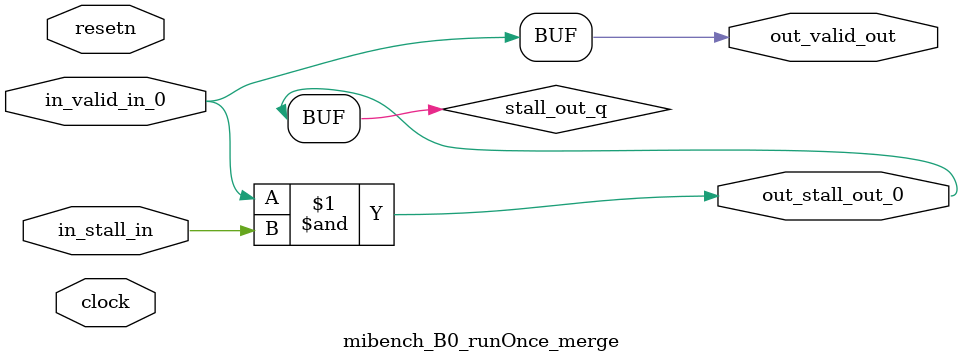
<source format=sv>



(* altera_attribute = "-name AUTO_SHIFT_REGISTER_RECOGNITION OFF; -name MESSAGE_DISABLE 10036; -name MESSAGE_DISABLE 10037; -name MESSAGE_DISABLE 14130; -name MESSAGE_DISABLE 14320; -name MESSAGE_DISABLE 15400; -name MESSAGE_DISABLE 14130; -name MESSAGE_DISABLE 10036; -name MESSAGE_DISABLE 12020; -name MESSAGE_DISABLE 12030; -name MESSAGE_DISABLE 12010; -name MESSAGE_DISABLE 12110; -name MESSAGE_DISABLE 14320; -name MESSAGE_DISABLE 13410; -name MESSAGE_DISABLE 113007; -name MESSAGE_DISABLE 10958" *)
module mibench_B0_runOnce_merge (
    input wire [0:0] in_stall_in,
    input wire [0:0] in_valid_in_0,
    output wire [0:0] out_stall_out_0,
    output wire [0:0] out_valid_out,
    input wire clock,
    input wire resetn
    );

    wire [0:0] stall_out_q;


    // stall_out(LOGICAL,6)
    assign stall_out_q = in_valid_in_0 & in_stall_in;

    // out_stall_out_0(GPOUT,4)
    assign out_stall_out_0 = stall_out_q;

    // out_valid_out(GPOUT,5)
    assign out_valid_out = in_valid_in_0;

endmodule

</source>
